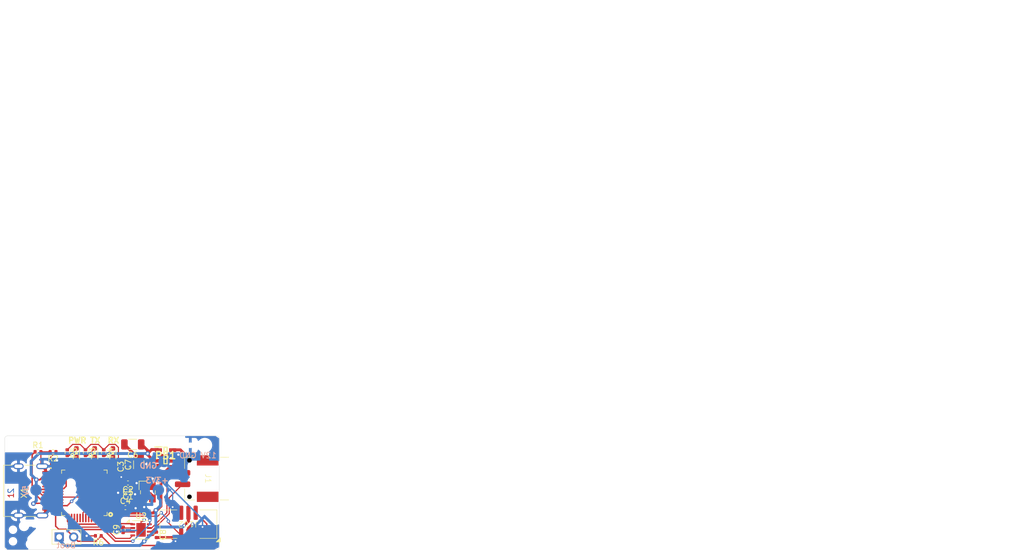
<source format=kicad_pcb>
(kicad_pcb (version 20241229) (generator "pcbnew") (generator_version "9.0")
  (title_block (title "${title}") (date "2022-03-07") (rev "R${release}") (company "${company}") (comment 1 "${release_state}") (comment 2 "${prefix}-P${type_number}-R${release}-B${pcb_variant}-C${pcb_ci}") (comment 3 "hardware/${prefix}-S${type_number}_${short_desciption}"))
  (layers (0 "F.Cu" signal) (2 "B.Cu" signal) (13 "F.Paste" user) (15 "B.Paste" user) (5 "F.SilkS" user "F.Silkscreen") (7 "B.SilkS" user "B.Silkscreen") (1 "F.Mask" user) (3 "B.Mask" user) (25 "Edge.Cuts" user))
  (net 0 "")
  (net 1 "+3V3")
  (net 2 "GND")
  (net 3 "+5V")
  (net 4 "/USB_N")
  (net 5 "/USB_P")
  (net 6 "Net-(D1-A)")
  (net 7 "Net-(D2-A)")
  (net 8 "Net-(D3-A)")
  (net 9 "Net-(X1-CC2)")
  (net 10 "Net-(X1-CC1)")
  (net 11 "/MCU/SWCLK")
  (net 12 "/MCU/SWDIO")
  (net 13 "/MCU/CAN2_TX")
  (net 14 "/CAN Transceiver/CAN1_TX")
  (net 15 "/CAN Transceiver/CAN1_RX")
  (net 16 "/MCU/CAN2_S")
  (net 17 "/MCU/CAN2_RX")
  (net 18 "/CAN Transceiver/CAN1_S")
  (net 21 "/MCU/SWO")
  (net 22 "/MCU/NRST")
  (net 23 "/MCU/LED_TX")
  (net 24 "/MCU/LED_RX")
  (net 25 "Net-(U1F-PF0{slash}OSC_IN)")
  (net 26 "Net-(U1F-PF1{slash}OSC_OUT)")
  (net 41 "/MCU/RX")
  (net 46 "/MCU/TX")
  (net 56 "/CAN Transceiver/CAN1_L")
  (net 57 "/CAN Transceiver/CAN1_H")
  (footprint "Resistor_SMD:R_0402_1005Metric" (layer "F.Cu") (at 109.5 122.8 180)
    (property "Reference" "R2" (at 0 -1.17 180) (layer "F.SilkS"))
    (property "Value" "4K7")
    (pad "1" smd roundrect (at -0.51 0 180) (size 0.54 0.64) (layers "F.Cu" "F.Mask" "F.Paste") (net 10 "Net-(X1-CC1)"))
    (pad "2" smd roundrect (at 0.51 0 180) (size 0.54 0.64) (layers "F.Cu" "F.Mask" "F.Paste") (net 2 "GND"))
  )
  (footprint "Capacitor_SMD:C_0402_1005Metric" (layer "F.Cu") (at 122.654593 128.261227 180)
    (property "Reference" "C2" (at 0 -1.16 180) (layer "F.SilkS"))
    (property "Value" "10p")
    (pad "1" smd roundrect (at -0.48 0 180) (size 0.56 0.62) (layers "F.Cu" "F.Mask" "F.Paste") (net 2 "GND"))
    (pad "2" smd roundrect (at 0.48 0 180) (size 0.56 0.62) (layers "F.Cu" "F.Mask" "F.Paste") (net 26 "Net-(U1F-PF1{slash}OSC_OUT)"))
  )
  (footprint "Capacitor_SMD:C_0402_1005Metric" (layer "F.Cu") (at 127.654112 137.371217 -90)
    (property "Reference" "C8" (at 0 -1.16 90) (layer "F.SilkS"))
    (property "Value" "100n")
    (pad "1" smd roundrect (at -0.48 0 270) (size 0.56 0.62) (layers "F.Cu" "F.Mask" "F.Paste") (net 1 "+3V3"))
    (pad "2" smd roundrect (at 0.48 0 270) (size 0.56 0.62) (layers "F.Cu" "F.Mask" "F.Paste") (net 2 "GND"))
  )
  (footprint "mechanical:LAYERSTACK_TB" (layer "F.Cu") (at 101.9 129.25 90)
    (property "Reference" "NB2" (hide yes))
    (property "Value" "LAYERSTACK_TB" (hide yes))
    (fp_text user "1" (at -1.2 0.2 90) (layer "F.Cu"))
    (fp_text user "2" (at -0.4 0.2 90) (layer "B.Cu") (effects (justify mirror)))
  )
  (footprint "Resistor_SMD:R_0402_1005Metric" (layer "F.Cu") (at 106.85 122.8)
    (property "Reference" "R1" (at 0 -1.17 0) (layer "F.SilkS"))
    (property "Value" "4K7")
    (pad "1" smd roundrect (at -0.51 0) (size 0.54 0.64) (layers "F.Cu" "F.Mask" "F.Paste") (net 9 "Net-(X1-CC2)"))
    (pad "2" smd roundrect (at 0.51 0) (size 0.54 0.64) (layers "F.Cu" "F.Mask" "F.Paste") (net 2 "GND"))
  )
  (footprint "Bluesat:IDC6" (layer "F.Cu") (at 133.27 135.5 180)
    (property "Reference" "J102" (at 0 0 180) (layer "F.SilkS") (effects (font (thickness 0.1))))
    (property "Value" "IDC6")
    (pad "1" smd roundrect (at -1.27 -2 180) (size 0.74 2.5) (layers "F.Cu" "F.Mask" "F.Paste") (net 12 "/MCU/SWDIO"))
    (pad "2" smd roundrect (at -1.27 2 180) (size 0.74 2.5) (layers "F.Cu" "F.Mask" "F.Paste") (net 11 "/MCU/SWCLK"))
    (pad "3" smd roundrect (at 0 -2 180) (size 0.74 2.5) (layers "F.Cu" "F.Mask" "F.Paste") (net 2 "GND"))
    (pad "4" smd roundrect (at 0 2 180) (size 0.74 2.5) (layers "F.Cu" "F.Mask" "F.Paste") (net 1 "+3V3"))
    (pad "5" smd roundrect (at 1.27 -2 180) (size 0.74 2.5) (layers "F.Cu" "F.Mask" "F.Paste") (net 21 "/MCU/SWO"))
    (pad "6" smd roundrect (at 1.27 2 180) (size 0.74 2.5) (layers "F.Cu" "F.Mask" "F.Paste") (net 22 "/MCU/NRST"))
  )
  (footprint "footprints:SOT94P279X130-5N" (layer "F.Cu") (at 129.25 123.44)
    (property "Reference" "PS1" (at 0 0 0) (layer "F.SilkS") (effects (font (size 1.27 1.27) (thickness 0.254))))
    (property "Value" "RT9013-33GB" (hide yes))
    (pad "1" smd rect (at -1.25 -0.94 90) (size 0.65 1.25) (layers "F.Cu" "F.Mask" "F.Paste") (net 3 "+5V"))
    (pad "2" smd rect (at -1.25 0 90) (size 0.65 1.25) (layers "F.Cu" "F.Mask" "F.Paste") (net 2 "GND"))
    (pad "3" smd rect (at -1.25 0.94 90) (size 0.65 1.25) (layers "F.Cu" "F.Mask" "F.Paste") (net 3 "+5V"))
    (pad "4" smd rect (at 1.25 0.94 90) (size 0.65 1.25) (layers "F.Cu" "F.Mask" "F.Paste"))
    (pad "5" smd rect (at 1.25 -0.94 90) (size 0.65 1.25) (layers "F.Cu" "F.Mask" "F.Paste") (net 1 "+3V3"))
  )
  (footprint "Capacitor_SMD:C_0402_1005Metric" (layer "F.Cu") (at 122.2 132.6)
    (property "Reference" "C4" (at 0 -1.16 0) (layer "F.SilkS"))
    (property "Value" "100n")
    (pad "1" smd roundrect (at -0.48 0) (size 0.56 0.62) (layers "F.Cu" "F.Mask" "F.Paste") (net 1 "+3V3"))
    (pad "2" smd roundrect (at 0.48 0) (size 0.56 0.62) (layers "F.Cu" "F.Mask" "F.Paste") (net 2 "GND"))
  )
  (footprint "LEDs_Kingbright:LED_Kingbright_0603" (layer "F.Cu") (at 116.8 122.95 90)
    (property "Reference" "D1" (hide yes))
    (property "Value" "KPT-1608SGC" (hide yes))
    (pad "1" smd roundrect (at 0.7493 0 270) (size 0.79756 0.79756) (layers "F.Cu" "F.Mask" "F.Paste") (net 6 "Net-(D1-A)"))
    (pad "2" smd roundrect (at -0.7493 0 270) (size 0.79756 0.79756) (layers "F.Cu" "F.Mask" "F.Paste") (net 23 "/MCU/LED_TX"))
  )
  (footprint "Bluesat:SM02B-PASS" (layer "F.Cu") (at 140.85 127.5 -90)
    (property "Reference" "J1" (at 0 4.125 270) (layer "F.SilkS") (effects (font (thickness 0.1))))
    (property "Value" "SM02B-PASS")
    (pad "" smd rect (at -3.2 4.2 270) (size 1.8 3.8) (layers "F.Cu" "F.Mask" "F.Paste"))
    (pad "" np_thru_hole circle (at -3.2 7.4 270) (size 0.8 0.8) (drill 0.8) (layers "*.Mask"))
    (pad "" smd rect (at 3.2 4.2 270) (size 1.8 3.8) (layers "F.Cu" "F.Mask" "F.Paste"))
    (pad "" np_thru_hole circle (at 3.2 7.4 270) (size 0.8 0.8) (drill 0.8) (layers "*.Mask"))
    (pad "1" smd roundrect (at 1 8.6 270) (size 1 2.7) (layers "F.Cu" "F.Mask" "F.Paste") (net 56 "/CAN Transceiver/CAN1_L"))
    (pad "2" smd roundrect (at -1 8.6 270) (size 1 2.7) (layers "F.Cu" "F.Mask" "F.Paste") (net 57 "/CAN Transceiver/CAN1_H"))
  )
  (footprint "Resistor_SMD:R_0402_1005Metric" (layer "F.Cu") (at 117.45 137.55 180)
    (property "Reference" "R6" (at 0 -1.17 180) (layer "F.SilkS"))
    (property "Value" "10K")
    (pad "1" smd roundrect (at -0.51 0 180) (size 0.54 0.64) (layers "F.Cu" "F.Mask" "F.Paste") (net 11 "/MCU/SWCLK"))
    (pad "2" smd roundrect (at 0.51 0 180) (size 0.54 0.64) (layers "F.Cu" "F.Mask" "F.Paste") (net 2 "GND"))
  )
  (footprint "Capacitor_SMD:C_1206_3216Metric" (layer "F.Cu") (at 123.5 121.5 180)
    (property "Reference" "C6" (at 0 -1.85 180) (layer "F.SilkS"))
    (property "Value" "10u")
    (pad "1" smd roundrect (at -1.475 0 180) (size 1.15 1.8) (layers "F.Cu" "F.Mask" "F.Paste") (roundrect_rratio 0.217391) (net 3 "+5V"))
    (pad "2" smd roundrect (at 1.475 0 180) (size 1.15 1.8) (layers "F.Cu" "F.Mask" "F.Paste") (roundrect_rratio 0.217391) (net 2 "GND"))
  )
  (footprint "Capacitor_SMD:C_0402_1005Metric" (layer "F.Cu") (at 122.65 129.5 180)
    (property "Reference" "C1" (at 0 -1.16 180) (layer "F.SilkS"))
    (property "Value" "10p")
    (pad "1" smd roundrect (at -0.48 0 180) (size 0.56 0.62) (layers "F.Cu" "F.Mask" "F.Paste") (net 2 "GND"))
    (pad "2" smd roundrect (at 0.48 0 180) (size 0.56 0.62) (layers "F.Cu" "F.Mask" "F.Paste") (net 25 "Net-(U1F-PF0{slash}OSC_IN)"))
  )
  (footprint "QFP:LQFP-48_7mmx7mm_Pitch0.5mm" (layer "F.Cu") (at 115 130 90)
    (property "Reference" "U1" (hide yes))
    (property "Value" "STM32G0B1CBT" (hide yes))
    (pad "1" smd roundrect (at -2.84 4.425 180) (size 1.5 0.5) (layers "F.Cu" "F.Mask"))
    (pad "2" smd roundrect (at -2.25 4.425 180) (size 1.5 0.28) (layers "F.Cu" "F.Mask"))
    (pad "3" smd roundrect (at -1.75 4.425 180) (size 1.5 0.28) (layers "F.Cu" "F.Mask"))
    (pad "4" smd roundrect (at -1.25 4.425 180) (size 1.5 0.28) (layers "F.Cu" "F.Mask") (net 1 "+3V3"))
    (pad "5" smd roundrect (at -0.75 4.425 180) (size 1.5 0.28) (layers "F.Cu" "F.Mask") (net 1 "+3V3"))
    (pad "6" smd roundrect (at -0.25 4.425 180) (size 1.5 0.28) (layers "F.Cu" "F.Mask") (net 1 "+3V3"))
    (pad "7" smd roundrect (at 0.25 4.425 180) (size 1.5 0.28) (layers "F.Cu" "F.Mask") (net 2 "GND"))
    (pad "8" smd roundrect (at 0.75 4.425 180) (size 1.5 0.28) (layers "F.Cu" "F.Mask") (net 25 "Net-(U1F-PF0{slash}OSC_IN)"))
    (pad "9" smd roundrect (at 1.25 4.425 180) (size 1.5 0.28) (layers "F.Cu" "F.Mask") (net 26 "Net-(U1F-PF1{slash}OSC_OUT)"))
    (pad "10" smd roundrect (at 1.75 4.425 180) (size 1.5 0.28) (layers "F.Cu" "F.Mask") (net 22 "/MCU/NRST"))
    (pad "11" smd roundrect (at 2.25 4.425 180) (size 1.5 0.28) (layers "F.Cu" "F.Mask"))
    (pad "12" smd roundrect (at 2.84 4.425 180) (size 1.5 0.5) (layers "F.Cu" "F.Mask"))
    (pad "13" smd roundrect (at 4.425 2.84 270) (size 1.5 0.5) (layers "F.Cu" "F.Mask"))
    (pad "14" smd roundrect (at 4.425 2.25 270) (size 1.5 0.28) (layers "F.Cu" "F.Mask") (net 24 "/MCU/LED_RX"))
    (pad "15" smd roundrect (at 4.425 1.75 270) (size 1.5 0.28) (layers "F.Cu" "F.Mask") (net 23 "/MCU/LED_TX"))
    (pad "16" smd roundrect (at 4.425 1.25 270) (size 1.5 0.28) (layers "F.Cu" "F.Mask"))
    (pad "17" smd roundrect (at 4.425 0.75 270) (size 1.5 0.28) (layers "F.Cu" "F.Mask"))
    (pad "18" smd roundrect (at 4.425 0.25 270) (size 1.5 0.28) (layers "F.Cu" "F.Mask"))
    (pad "19" smd roundrect (at 4.425 -0.25 270) (size 1.5 0.28) (layers "F.Cu" "F.Mask") (net 17 "/MCU/CAN2_RX"))
    (pad "20" smd roundrect (at 4.425 -0.75 270) (size 1.5 0.28) (layers "F.Cu" "F.Mask") (net 13 "/MCU/CAN2_TX"))
    (pad "21" smd roundrect (at 4.425 -1.25 270) (size 1.5 0.28) (layers "F.Cu" "F.Mask") (net 16 "/MCU/CAN2_S"))
    (pad "22" smd roundrect (at 4.425 -1.75 270) (size 1.5 0.28) (layers "F.Cu" "F.Mask"))
    (pad "23" smd roundrect (at 4.425 -2.25 270) (size 1.5 0.28) (layers "F.Cu" "F.Mask"))
    (pad "24" smd roundrect (at 4.425 -2.84 270) (size 1.5 0.5) (layers "F.Cu" "F.Mask"))
    (pad "25" smd roundrect (at 2.84 -4.425) (size 1.5 0.5) (layers "F.Cu" "F.Mask"))
    (pad "26" smd roundrect (at 2.25 -4.425) (size 1.5 0.28) (layers "F.Cu" "F.Mask"))
    (pad "27" smd roundrect (at 1.75 -4.425) (size 1.5 0.28) (layers "F.Cu" "F.Mask"))
    (pad "28" smd roundrect (at 1.25 -4.425) (size 1.5 0.28) (layers "F.Cu" "F.Mask"))
    (pad "29" smd roundrect (at 0.75 -4.425) (size 1.5 0.28) (layers "F.Cu" "F.Mask") (net 46 "/MCU/TX"))
    (pad "30" smd roundrect (at 0.25 -4.425) (size 1.5 0.28) (layers "F.Cu" "F.Mask"))
    (pad "31" smd roundrect (at -0.25 -4.425) (size 1.5 0.28) (layers "F.Cu" "F.Mask"))
    (pad "32" smd roundrect (at -0.75 -4.425) (size 1.5 0.28) (layers "F.Cu" "F.Mask") (net 41 "/MCU/RX"))
    (pad "33" smd roundrect (at -1.25 -4.425) (size 1.5 0.28) (layers "F.Cu" "F.Mask") (net 4 "/USB_N"))
    (pad "34" smd roundrect (at -1.75 -4.425) (size 1.5 0.28) (layers "F.Cu" "F.Mask") (net 5 "/USB_P"))
    (pad "35" smd roundrect (at -2.25 -4.425) (size 1.5 0.28) (layers "F.Cu" "F.Mask") (net 12 "/MCU/SWDIO"))
    (pad "36" smd roundrect (at -2.84 -4.425) (size 1.5 0.5) (layers "F.Cu" "F.Mask") (net 11 "/MCU/SWCLK"))
    (pad "37" smd roundrect (at -4.425 -2.84 90) (size 1.5 0.5) (layers "F.Cu" "F.Mask") (net 18 "/CAN Transceiver/CAN1_S"))
    (pad "38" smd roundrect (at -4.425 -2.25 90) (size 1.5 0.28) (layers "F.Cu" "F.Mask") (net 15 "/CAN Transceiver/CAN1_RX"))
    (pad "39" smd roundrect (at -4.425 -1.75 90) (size 1.5 0.28) (layers "F.Cu" "F.Mask") (net 14 "/CAN Transceiver/CAN1_TX"))
    (pad "40" smd roundrect (at -4.425 -1.25 90) (size 1.5 0.28) (layers "F.Cu" "F.Mask"))
    (pad "41" smd roundrect (at -4.425 -0.75 90) (size 1.5 0.28) (layers "F.Cu" "F.Mask"))
    (pad "42" smd roundrect (at -4.425 -0.25 90) (size 1.5 0.28) (layers "F.Cu" "F.Mask") (net 21 "/MCU/SWO"))
    (pad "43" smd roundrect (at -4.425 0.25 90) (size 1.5 0.28) (layers "F.Cu" "F.Mask"))
    (pad "44" smd roundrect (at -4.425 0.75 90) (size 1.5 0.28) (layers "F.Cu" "F.Mask"))
    (pad "45" smd roundrect (at -4.425 1.25 90) (size 1.5 0.28) (layers "F.Cu" "F.Mask"))
    (pad "46" smd roundrect (at -4.425 1.75 90) (size 1.5 0.28) (layers "F.Cu" "F.Mask"))
    (pad "47" smd roundrect (at -4.425 2.25 90) (size 1.5 0.28) (layers "F.Cu" "F.Mask"))
    (pad "48" smd roundrect (at -4.425 2.84 90) (size 1.5 0.5) (layers "F.Cu" "F.Mask"))
  )
  (footprint "Capacitor_SMD:C_0402_1005Metric" (layer "F.Cu") (at 122.65 131.05)
    (property "Reference" "C5" (at 0 -1.16 0) (layer "F.SilkS"))
    (property "Value" "100n")
    (pad "1" smd roundrect (at -0.48 0) (size 0.56 0.62) (layers "F.Cu" "F.Mask" "F.Paste") (net 1 "+3V3"))
    (pad "2" smd roundrect (at 0.48 0) (size 0.56 0.62) (layers "F.Cu" "F.Mask" "F.Paste") (net 2 "GND"))
  )
  (footprint "Socket_GCT:USB4105_pasteInHole" (layer "F.Cu") (at 107.105 129.65 -90)
    (property "Reference" "X1" (at 0.35 2.705 90) (layer "F.SilkS"))
    (property "Value" "629722000214_pasteInHole" (hide yes))
    (pad "" np_thru_hole circle (at -2.89 0 270) (size 0.65 0.65) (drill 0.65) (layers "*.Cu" "*.Mask"))
    (pad "" np_thru_hole circle (at 2.89 0 270) (size 0.65 0.65) (drill 0.65) (layers "*.Cu" "*.Mask"))
    (pad "A1" smd roundrect (at -3.2 -1.075 270) (size 0.6 1.15) (layers "F.Cu" "F.Mask" "F.Paste") (net 2 "GND"))
    (pad "A4" smd roundrect (at -2.4 -1.075 270) (size 0.6 1.15) (layers "F.Cu" "F.Mask" "F.Paste") (net 3 "+5V"))
    (pad "A5" smd roundrect (at -1.25 -1.075 270) (size 0.3 1.15) (layers "F.Cu" "F.Mask" "F.Paste") (net 10 "Net-(X1-CC1)"))
    (pad "A6" smd roundrect (at -0.25 -1.075 270) (size 0.3 1.15) (layers "F.Cu" "F.Mask" "F.Paste") (net 5 "/USB_P"))
    (pad "A7" smd roundrect (at 0.25 -1.075 270) (size 0.3 1.15) (layers "F.Cu" "F.Mask" "F.Paste") (net 4 "/USB_N"))
    (pad "A8" smd roundrect (at 1.25 -1.075 270) (size 0.3 1.15) (layers "F.Cu" "F.Mask" "F.Paste"))
    (pad "B1" smd roundrect (at 3.2 -1.075 270) (size 0.6 1.15) (layers "F.Cu" "F.Mask" "F.Paste") (net 2 "GND"))
    (pad "B4" smd roundrect (at 2.4 -1.075 270) (size 0.6 1.15) (layers "F.Cu" "F.Mask" "F.Paste") (net 3 "+5V"))
    (pad "B5" smd roundrect (at 1.75 -1.075 270) (size 0.3 1.15) (layers "F.Cu" "F.Mask" "F.Paste") (net 9 "Net-(X1-CC2)"))
    (pad "B6" smd roundrect (at 0.75 -1.075 270) (size 0.3 1.15) (layers "F.Cu" "F.Mask" "F.Paste") (net 5 "/USB_P"))
    (pad "B7" smd roundrect (at -0.75 -1.075 270) (size 0.3 1.15) (layers "F.Cu" "F.Mask" "F.Paste") (net 4 "/USB_N"))
    (pad "B8" smd roundrect (at -1.75 -1.075 270) (size 0.3 1.15) (layers "F.Cu" "F.Mask" "F.Paste"))
    (pad "SH" thru_hole oval (at -4.32 -0.5 270) (size 1 2.1) (drill oval 0.6 1.7) (layers "*.Cu" "*.Mask") (net 2 "GND"))
    (pad "SH" thru_hole oval (at -4.32 3.68 270) (size 1 1.8) (drill oval 0.6 1.4) (layers "*.Cu" "*.Mask") (net 2 "GND"))
    (pad "SH" thru_hole oval (at 4.32 -0.5 270) (size 1 2.1) (drill oval 0.6 1.7) (layers "*.Cu" "*.Mask") (net 2 "GND"))
    (pad "SH" thru_hole oval (at 4.32 3.68 270) (size 1 1.8) (drill oval 0.6 1.4) (layers "*.Cu" "*.Mask") (net 2 "GND"))
  )
  (footprint "Connector_generic:TP1.0mm" (layer "F.Cu") (at 110.3 125.4)
    (property "Reference" "TP5" (hide yes))
    (property "Value" "TP1.0mm" (hide yes))
    (pad "1" smd circle (at 0 0) (size 1 1) (layers "F.Cu" "F.Mask") (net 46 "/MCU/TX"))
  )
  (footprint "Capacitor_SMD:C_0402_1005Metric" (layer "F.Cu") (at 122.55 125.4 90)
    (property "Reference" "C3" (at 0 -1.16 90) (layer "F.SilkS"))
    (property "Value" "100n")
    (pad "1" smd roundrect (at -0.48 0 90) (size 0.56 0.62) (layers "F.Cu" "F.Mask" "F.Paste") (net 22 "/MCU/NRST"))
    (pad "2" smd roundrect (at 0.48 0 90) (size 0.56 0.62) (layers "F.Cu" "F.Mask" "F.Paste") (net 2 "GND"))
  )
  (footprint "crystal:Crystal_4Pin_SMD_3.2mmx2.5mm" (layer "F.Cu") (at 126.15 129.9 -90)
    (property "Reference" "Y1" (hide yes))
    (property "Value" "830108313809" (hide yes))
    (pad "1" smd roundrect (at -1.1 0.8 270) (size 1.4 1.15) (layers "F.Cu" "F.Mask" "F.Paste") (roundrect_rratio 0.1) (net 26 "Net-(U1F-PF1{slash}OSC_OUT)"))
    (pad "2" smd roundrect (at 1.1 0.8 270) (size 1.4 1.15) (layers "F.Cu" "F.Mask" "F.Paste") (roundrect_rratio 0.1) (net 2 "GND"))
    (pad "3" smd roundrect (at 1.1 -0.8 270) (size 1.4 1.15) (layers "F.Cu" "F.Mask" "F.Paste") (roundrect_rratio 0.1) (net 25 "Net-(U1F-PF0{slash}OSC_IN)"))
    (pad "4" smd roundrect (at -1.1 -0.8 270) (size 1.4 1.15) (layers "F.Cu" "F.Mask" "F.Paste") (roundrect_rratio 0.1) (net 2 "GND"))
  )
  (footprint "Resistor_SMD:R_0402_1005Metric" (layer "F.Cu") (at 115.2 122.95 -90)
    (property "Reference" "R3" (at 0 -1.17 270) (layer "F.SilkS"))
    (property "Value" "1K")
    (pad "1" smd roundrect (at -0.51 0 270) (size 0.54 0.64) (layers "F.Cu" "F.Mask" "F.Paste") (net 1 "+3V3"))
    (pad "2" smd roundrect (at 0.51 0 270) (size 0.54 0.64) (layers "F.Cu" "F.Mask" "F.Paste") (net 6 "Net-(D1-A)"))
  )
  (footprint "Connector_generic:Header_1x2_Pitch2.54mm" (layer "F.Cu") (at 113.12 137.75)
    (property "Reference" "P2" (hide yes))
    (property "Value" "CONN_01X02" (hide yes))
    (pad "1" thru_hole rect (at -2.54 0) (size 1.6 1.6) (drill 1) (layers "*.Cu" "*.Mask") (net 1 "+3V3"))
    (pad "2" thru_hole circle (at 0 0) (size 1.6 1.6) (drill 1) (layers "*.Cu" "*.Mask") (net 11 "/MCU/SWCLK"))
  )
  (footprint "Capacitor_SMD:C_1206_3216Metric" (layer "F.Cu") (at 124.55 125.0625 90)
    (property "Reference" "C7" (at 0 -1.85 90) (layer "F.SilkS"))
    (property "Value" "10u")
    (pad "1" smd roundrect (at -1.475 0 90) (size 1.15 1.8) (layers "F.Cu" "F.Mask" "F.Paste") (roundrect_rratio 0.217391) (net 1 "+3V3"))
    (pad "2" smd roundrect (at 1.475 0 90) (size 1.15 1.8) (layers "F.Cu" "F.Mask" "F.Paste") (roundrect_rratio 0.217391) (net 2 "GND"))
  )
  (footprint "Package_SON:VSON-8-1EP_3x3mm_P0.65mm_EP1.65x2.4mm" (layer "F.Cu") (at 124.95 136.5)
    (property "Reference" "U2" (at 0 -2.45 0) (layer "F.SilkS"))
    (property "Value" "TCAN1462V")
    (pad "1" smd roundrect (at -1.45 -0.975) (size 0.85 0.35) (layers "F.Cu" "F.Mask" "F.Paste") (net 14 "/CAN Transceiver/CAN1_TX"))
    (pad "2" smd roundrect (at -1.45 -0.325) (size 0.85 0.35) (layers "F.Cu" "F.Mask" "F.Paste") (net 2 "GND"))
    (pad "3" smd roundrect (at -1.45 0.325) (size 0.85 0.35) (layers "F.Cu" "F.Mask" "F.Paste") (net 3 "+5V"))
    (pad "4" smd roundrect (at -1.45 0.975) (size 0.85 0.35) (layers "F.Cu" "F.Mask" "F.Paste") (net 15 "/CAN Transceiver/CAN1_RX"))
    (pad "5" smd roundrect (at 1.45 0.975) (size 0.85 0.35) (layers "F.Cu" "F.Mask" "F.Paste") (net 1 "+3V3"))
    (pad "6" smd roundrect (at 1.45 0.325) (size 0.85 0.35) (layers "F.Cu" "F.Mask" "F.Paste") (net 56 "/CAN Transceiver/CAN1_L"))
    (pad "7" smd roundrect (at 1.45 -0.325) (size 0.85 0.35) (layers "F.Cu" "F.Mask" "F.Paste") (net 57 "/CAN Transceiver/CAN1_H"))
    (pad "8" smd roundrect (at 1.45 -0.975) (size 0.85 0.35) (layers "F.Cu" "F.Mask" "F.Paste") (net 18 "/CAN Transceiver/CAN1_S"))
    (pad "9" smd rect (at 0 0) (size 1.65 2.4) (property pad_prop_heatsink) (layers "F.Cu" "F.Mask") (net 2 "GND"))
  )
  (footprint "Capacitor_SMD:C_0402_1005Metric" (layer "F.Cu") (at 121.8 136.5 90)
    (property "Reference" "C9" (at 0 -1.16 90) (layer "F.SilkS"))
    (property "Value" "100n")
    (pad "1" smd roundrect (at -0.48 0 90) (size 0.56 0.62) (layers "F.Cu" "F.Mask" "F.Paste") (net 3 "+5V"))
    (pad "2" smd roundrect (at 0.48 0 90) (size 0.56 0.62) (layers "F.Cu" "F.Mask" "F.Paste") (net 2 "GND"))
  )
  (footprint "LEDs_Kingbright:LED_Kingbright_0603" (layer "F.Cu") (at 120 122.95 90)
    (property "Reference" "D2" (hide yes))
    (property "Value" "KPT-1608SGC" (hide yes))
    (pad "1" smd roundrect (at 0.7493 0 270) (size 0.79756 0.79756) (layers "F.Cu" "F.Mask" "F.Paste") (net 7 "Net-(D2-A)"))
    (pad "2" smd roundrect (at -0.7493 0 270) (size 0.79756 0.79756) (layers "F.Cu" "F.Mask" "F.Paste") (net 24 "/MCU/LED_RX"))
  )
  (footprint "Resistor_SMD:R_0402_1005Metric" (layer "F.Cu") (at 112 122.95 -90)
    (property "Reference" "R5" (at 0 -1.17 270) (layer "F.SilkS"))
    (property "Value" "1K")
    (pad "1" smd roundrect (at -0.51 0 270) (size 0.54 0.64) (layers "F.Cu" "F.Mask" "F.Paste") (net 1 "+3V3"))
    (pad "2" smd roundrect (at 0.51 0 270) (size 0.54 0.64) (layers "F.Cu" "F.Mask" "F.Paste") (net 8 "Net-(D3-A)"))
  )
  (footprint "Resistor_SMD:R_0402_1005Metric" (layer "F.Cu") (at 118.4 122.95 -90)
    (property "Reference" "R4" (at 0 -1.17 270) (layer "F.SilkS"))
    (property "Value" "1K")
    (pad "1" smd roundrect (at -0.51 0 270) (size 0.54 0.64) (layers "F.Cu" "F.Mask" "F.Paste") (net 1 "+3V3"))
    (pad "2" smd roundrect (at 0.51 0 270) (size 0.54 0.64) (layers "F.Cu" "F.Mask" "F.Paste") (net 7 "Net-(D2-A)"))
  )
  (footprint "Connector_generic:TP1.0mm" (layer "F.Cu") (at 120.2 125.3)
    (property "Reference" "TP4" (hide yes))
    (property "Value" "TP1.0mm" (hide yes))
    (pad "1" smd circle (at 0 0) (size 1 1) (layers "F.Cu" "F.Mask") (net 41 "/MCU/RX"))
  )
  (footprint "LEDs_Kingbright:LED_Kingbright_0603" (layer "F.Cu") (at 113.6 122.95 90)
    (property "Reference" "D3" (hide yes))
    (property "Value" "KPT-1608EC" (hide yes))
    (pad "1" smd roundrect (at 0.7493 0 270) (size 0.79756 0.79756) (layers "F.Cu" "F.Mask" "F.Paste") (net 8 "Net-(D3-A)"))
    (pad "2" smd roundrect (at -0.7493 0 270) (size 0.79756 0.79756) (layers "F.Cu" "F.Mask" "F.Paste") (net 2 "GND"))
  )
  (footprint "Connector_generic:TP2.0mm" (layer "B.Cu") (at 128 129.5 180)
    (property "Reference" "TP2" (hide yes))
    (property "Value" "TP2.0mm" (hide yes))
    (pad "1" smd circle (at 0 0 180) (size 2 2) (layers "B.Cu" "B.Mask") (net 1 "+3V3"))
  )
  (footprint "Connector_generic:TP2.0mm" (layer "B.Cu") (at 129 124.5 180)
    (property "Reference" "TP3" (hide yes))
    (property "Value" "TP2.0mm" (hide yes))
    (pad "1" smd circle (at 0 0 180) (size 2 2) (layers "B.Cu" "B.Mask") (net 2 "GND"))
  )
  (footprint "Connector_generic:TP2.0mm" (layer "B.Cu") (at 106.5 129.5 180)
    (property "Reference" "TP1" (hide yes))
    (property "Value" "TP2.0mm" (hide yes))
    (pad "1" smd circle (at 0 0 180) (size 2 2) (layers "B.Cu" "B.Mask") (net 3 "+5V"))
  )
  (gr_arc (start 138.7 139.5) (mid 138.553553 139.853553) (end 138.2 140) (stroke (width 0.05)) (layer "Edge.Cuts"))
  (gr_line (start 101 139.5) (end 101 120.5) (stroke (width 0.05)) (layer "Edge.Cuts"))
  (gr_line (start 101.5 120) (end 138.2 120) (stroke (width 0.05)) (layer "Edge.Cuts"))
  (gr_arc (start 101.5 140) (mid 101.146447 139.853553) (end 101 139.5) (stroke (width 0.05)) (layer "Edge.Cuts"))
  (gr_arc (start 138.2 120) (mid 138.553553 120.146447) (end 138.7 120.5) (stroke (width 0.05)) (layer "Edge.Cuts"))
  (gr_line (start 138.2 140) (end 101.5 140) (stroke (width 0.05)) (layer "Edge.Cuts"))
  (gr_line (start 138.7 120.5) (end 138.7 139.5) (stroke (width 0.05)) (layer "Edge.Cuts"))
  (gr_arc (start 101 120.5) (mid 101.146447 120.146447) (end 101.5 120) (stroke (width 0.05)) (layer "Edge.Cuts"))
  (gr_text "RX" (at 120.1 120.8 0) (layer "F.SilkS") (effects (font (size 1 1) (thickness 0.25))))
  (gr_text "PWR" (at 113.75 120.8 0) (layer "F.SilkS") (effects (font (size 1 1) (thickness 0.25))))
  (gr_text "TX" (at 116.9 120.8 0) (layer "F.SilkS") (effects (font (size 1 1) (thickness 0.25))))
  (gr_text "GND" (at 127.9 125.8 0) (layer "B.SilkS") (effects (font (size 1 1) (thickness 0.2)) (justify left bottom mirror)))
  (gr_text "12V" (at 138.3 124 0) (layer "B.SilkS") (effects (font (size 1 1)) (justify left bottom mirror)))
  (gr_text "GND" (at 134.8 124 0) (layer "B.SilkS") (effects (font (size 1 1)) (justify left bottom mirror)))
  (gr_text "+3V3\n" (at 129.9 128.4 0) (layer "B.SilkS") (effects (font (size 1 1) (thickness 0.2)) (justify left bottom mirror)))
  (gr_text "5V" (at 105.3 128.6 90) (layer "B.SilkS") (effects (font (size 1 1) (thickness 0.2)) (justify left bottom mirror)))
  (gr_text "Boot" (at 113.6 139.8 0) (layer "B.SilkS") (effects (font (size 1 1)) (justify left bottom mirror)))
  (segment (start 121.72 132.6) (end 120.37 131.25) (width 0.25) (layer "F.Cu") (net 1))
  (segment (start 133.27 134.98) (end 133.27 133.5) (width 0.5) (layer "F.Cu") (net 1))
  (segment (start 121.72 132.87) (end 122.4 133.55) (width 0.5) (layer "F.Cu") (net 1))
  (segment (start 114.26092 121.50092) (end 115.2 122.44) (width 0.2) (layer "F.Cu") (net 1))
  (segment (start 123.301 125.376) (end 124.55 126.625) (width 0.2) (layer "F.Cu") (net 1))
  (segment (start 126.4 137.475) (end 127.070329 137.475) (width 0.2) (layer "F.Cu") (net 1))
  (segment (start 120.974 122.028738) (end 120.974 124.267134) (width 0.2) (layer "F.Cu") (net 1))
  (segment (start 133.27 133.5) (end 133.27 132.827568) (width 0.2) (layer "F.Cu") (net 1))
  (segment (start 119.425 130.75) (end 119.425 131.25) (width 0.25) (layer "F.Cu") (net 1))
  (segment (start 119.33908 121.50092) (end 120.446182 121.50092) (width 0.2) (layer "F.Cu") (net 1))
  (segment (start 127.060148 133.55) (end 127.555074 133.055074) (width 0.5) (layer "F.Cu") (net 1))
  (segment (start 131.361636 125.370364) (end 130.125 125.370364) (width 0.5) (layer "F.Cu") (net 1))
  (segment (start 120.974 124.267134) (end 122.082866 125.376) (width 0.2) (layer "F.Cu") (net 1))
  (segment (start 130.551 122.449) (end 130.5 122.5) (width 0.5) (layer "F.Cu") (net 1))
  (segment (start 128.45 126.3) (end 128.5 126.25) (width 0.5) (layer "F.Cu") (net 1))
  (segment (start 120.95 131.05) (end 121.9 131.05) (width 0.25) (layer "F.Cu") (net 1))
  (segment (start 118.4 122.44) (end 119.33908 121.50092) (width 0.2) (layer "F.Cu") (net 1))
  (segment (start 112 122.44) (end 112.93908 121.50092) (width 0.2) (layer "F.Cu") (net 1))
  (segment (start 132.351 122.947504) (end 132.351 124.381) (width 0.5) (layer "F.Cu") (net 1))
  (segment (start 119.425 130.25) (end 120.15 130.25) (width 0.25) (layer "F.Cu") (net 1))
  (segment (start 126.4 137.6) (end 125.5 138.5) (width 0.3) (layer "F.Cu") (net 1))
  (segment (start 116.13908 121.50092) (end 117.46092 121.50092) (width 0.2) (layer "F.Cu") (net 1))
  (segment (start 120.37 131.25) (end 119.425 131.25) (width 0.25) (layer "F.Cu") (net 1))
  (segment (start 127.070329 137.475) (end 127.654112 136.891217) (width 0.2) (layer "F.Cu") (net 1))
  (segment (start 129.245364 126.25) (end 128.5 126.25) (width 0.5) (layer "F.Cu") (net 1))
  (segment (start 128.45 131.75) (end 128.45 126.3) (width 0.5) (layer "F.Cu") (net 1))
  (segment (start 122.082866 125.376) (end 123.301 125.376) (width 0.2) (layer "F.Cu") (net 1))
  (segment (start 122.4 133.55) (end 127.060148 133.55) (width 0.5) (layer "F.Cu") (net 1))
  (segment (start 132.351 124.381) (end 131.361636 125.370364) (width 0.5) (layer "F.Cu") (net 1))
  (segment (start 131.852496 122.449) (end 130.551 122.449) (width 0.5) (layer "F.Cu") (net 1))
  (segment (start 120.446182 121.50092) (end 120.974 122.028738) (width 0.2) (layer "F.Cu") (net 1))
  (segment (start 124.5 126.1) (end 124.5 126.25) (width 0.25) (layer "F.Cu") (net 1))
  (segment (start 132.351 122.947504) (end 131.852496 122.449) (width 0.5) (layer "F.Cu") (net 1))
  (segment (start 124.5 126.25) (end 128.5 126.25) (width 0.5) (layer "F.Cu") (net 1))
  (segment (start 112.93908 121.50092) (end 114.26092 121.50092) (width 0.2) (layer "F.Cu") (net 1))
  (segment (start 128.45 132.35) (end 128.45 131.75) (width 0.5) (layer "F.Cu") (net 1))
  (segment (start 127.744926 133.055074) (end 127.555074 133.055074) (width 0.5) (layer "F.Cu") (net 1))
  (segment (start 128.45 132.35) (end 127.744926 133.055074) (width 0.5) (layer "F.Cu") (net 1))
  (segment (start 126.4 137.475) (end 126.4 137.6) (width 0.2) (layer "F.Cu") (net 1))
  (segment (start 115.2 122.44) (end 116.13908 121.50092) (width 0.2) (layer "F.Cu") (net 1))
  (segment (start 117.46092 121.50092) (end 118.4 122.44) (width 0.2) (layer "F.Cu") (net 1))
  (segment (start 121.72 132.6) (end 121.72 132.87) (width 0.5) (layer "F.Cu") (net 1))
  (segment (start 122.17 131.05) (end 122.17 132.15) (width 0.25) (layer "F.Cu") (net 1))
  (segment (start 132.5 135.75) (end 133.27 134.98) (width 0.5) (layer "F.Cu") (net 1))
  (segment (start 130.125 125.370364) (end 129.245364 126.25) (width 0.5) (layer "F.Cu") (net 1))
  (segment (start 122.17 132.15) (end 121.72 132.6) (width 0.25) (layer "F.Cu") (net 1))
  (segment (start 120.15 130.25) (end 120.95 131.05) (width 0.25) (layer "F.Cu") (net 1))
  (via (at 125.5 138.5) (size 0.8) (drill 0.4) (layers "F.Cu" "B.Cu") (net 1))
  (via (at 127.555074 133.055074) (size 0.8) (drill 0.4) (layers "F.Cu" "B.Cu") (net 1))
  (via (at 132.5 135.75) (size 0.6) (drill 0.3) (layers "F.Cu" "B.Cu") (net 1))
  (segment (start 127.555074 136) (end 132.25 136) (width 0.5) (layer "B.Cu") (net 1))
  (segment (start 127.555074 136.444926) (end 127.555074 136) (width 0.5) (layer "B.Cu") (net 1))
  (segment (start 132.25 136) (end 132.5 135.75) (width 0.5) (layer "B.Cu") (net 1))
  (segment (start 127.555074 136) (end 127.555074 133.055074) (width 0.5) (layer "B.Cu") (net 1))
  (segment (start 127.555074 133.055074) (end 128.35 132.260148) (width 0.5) (layer "B.Cu") (net 1))
  (segment (start 124.75 139.25) (end 111.55 139.25) (width 0.5) (layer "B.Cu") (net 1))
  (segment (start 128.35 132.260148) (end 128.35 132.05) (width 0.5) (layer "B.Cu") (net 1))
  (segment (start 128 129.5) (end 128 130.9) (width 0.5) (layer "B.Cu") (net 1))
  (segment (start 111.55 139.25) (end 110.58 138.28) (width 0.5) (layer "B.Cu") (net 1))
  (segment (start 128.35 131.25) (end 128.35 132.05) (width 0.5) (layer "B.Cu") (net 1))
  (segment (start 125.5 138.5) (end 124.75 139.25) (width 0.5) (layer "B.Cu") (net 1))
  (segment (start 125.5 138.5) (end 127.555074 136.444926) (width 0.5) (layer "B.Cu") (net 1))
  (segment (start 128 130.9) (end 128.35 131.25) (width 0.5) (layer "B.Cu") (net 1))
  (segment (start 110.58 138.28) (end 110.58 137.75) (width 0.5) (layer "B.Cu") (net 1))
  (segment (start 126.083041 125.156) (end 129.076 125.156) (width 0.5) (layer "F.Cu") (net 2))
  (segment (start 122.025 121.5) (end 124.1125 123.5875) (width 0.5) (layer "F.Cu") (net 2))
  (segment (start 125.866564 124.939523) (end 126.083041 125.156) (width 0.5) (layer "F.Cu") (net 2))
  (segment (start 123.5 136.175) (end 121.955 136.175) (width 0.2) (layer "F.Cu") (net 2))
  (segment (start 123.9 130.25) (end 123.9 130.28) (width 0.5) (layer "F.Cu") (net 2))
  (segment (start 133.27 137.5) (end 133.27 136.23) (width 0.5) (layer "F.Cu") (net 2))
  (segment (start 126.95 127.55) (end 127 127.5) (width 0.2) (layer "F.Cu") (net 2))
  (segment (start 123.9 130.25) (end 123.9 130) (width 0.5) (layer "F.Cu") (net 2))
  (segment (start 107.36 125.085) (end 107.605 125.33) (width 0.2) (layer "F.Cu") (net 2))
  (segment (start 125.35 131) (end 125.35 132.35) (width 0.5) (layer "F.Cu") (net 2))
  (segment (start 127.654112 137.851217) (end 130.351217 137.851217) (width 0.5) (layer "F.Cu") (net 2))
  (segment (start 122.55 124.92) (end 123.2175 124.92) (width 0.5) (layer "F.Cu") (net 2))
  (segment (start 128.94 123.44) (end 129.424 123.924) (width 0.5) (layer "F.Cu") (net 2))
  (segment (start 124.55 123.5) (end 124.55 123.622959) (width 0.2) (layer "F.Cu") (net 2))
  (segment (start 124.55 123.622959) (end 125.866564 124.939523) (width 0.5) (layer "F.Cu") (net 2))
  (segment (start 108.18 125.905) (end 107.605 125.33) (width 0.5) (layer "F.Cu") (net 2))
  (segment (start 122.68 132.6) (end 123.15 132.6) (width 0.5) (layer "F.Cu") (net 2))
  (segment (start 120.917241 129.992643) (end 120.674598 129.75) (width 0.25) (layer "F.Cu") (net 2))
  (segment (start 107.36 122.8) (end 107.36 125.085) (width 0.2) (layer "F.Cu") (net 2))
  (segment (start 110.2 124.3) (end 112.9993 124.3) (width 0.2) (layer "F.Cu") (net 2))
  (segment (start 120.7 136.8) (end 121.02 136.8) (width 0.5) (layer "F.Cu") (net 2))
  (segment (start 120.674598 129.75) (end 119.425 129.75) (width 0.25) (layer "F.Cu") (net 2))
  (segment (start 108.18 132.85) (end 108.18 133.395) (width 0.5) (layer "F.Cu") (net 2))
  (segment (start 129.424 123.924) (end 129.424 125.08) (width 0.5) (layer "F.Cu") (net 2))
  (segment (start 112.9993 124.3) (end 113.6 123.6993) (width 0.2) (layer "F.Cu") (net 2))
  (segment (start 123.9 130) (end 123.4 129.5) (width 0.5) (layer "F.Cu") (net 2))
  (segment (start 125.35 132.35) (end 125.5 132.5) (width 0.5) (layer "F.Cu") (net 2))
  (segment (start 124.27 135.525) (end 124.839 135.525) (width 0.25) (layer "F.Cu") (net 2))
  (segment (start 124.1125 123.5875) (end 124.55 123.5875) (width 0.5) (layer "F.Cu") (net 2))
  (segment (start 121.955 136.175) (end 121.8 136.02) (width 0.2) (layer "F.Cu") (net 2))
  (segment (start 123.9 131.85) (end 123.9 132.6) (width 0.5) (layer "F.Cu") (net 2))
  (segment (start 129.076 125.156) (end 129.424 124.808) (width 0.5) (layer "F.Cu") (net 2))
  (segment (start 131.36 123.44) (end 131.5 123.3) (width 0.2) (layer "F.Cu") (net 2))
  (segment (start 126.95 128.8) (end 126.95 127.55) (width 0.5) (layer "F.Cu") (net 2))
  (segment (start 125.25 135) (end 125 135) (width 0.2) (layer "F.Cu") (net 2))
  (segment (start 133.27 136.23) (end 134 135.5) (width 0.5) (layer "F.Cu") (net 2))
  (segment (start 123.9 130.28) (end 123.13 131.05) (width 0.5) (layer "F.Cu") (net 2))
  (segment (start 124.139888 128.261227) (end 124.175001 128.29634) (width 0.2) (layer "F.Cu") (net 2))
  (segment (start 124.95 135.05) (end 124.95 136.5) (width 0.2) (layer "F.Cu") (net 2))
  (segment (start 128 123.44) (end 128.94 123.44) (width 0.5) (layer "F.Cu") (net 2))
  (segment (start 121.02 136.8) (end 121.8 136.02) (width 0.5) (layer "F.Cu") (net 2))
  (segment (start 123.222093 128.261227) (end 124.139888 128.261227) (width 0.5) (layer "F.Cu") (net 2))
  (segment (start 130.351217 137.851217) (end 131 138.5) (width 0.5) (layer "F.Cu") (net 2))
  (segment (start 128 123.44) (end 131.36 123.44) (width 0.5) (layer "F.Cu") (net 2))
  (segment (start 123.15 132.6) (end 123.9 131.85) (width 0.5) (layer "F.Cu") (net 2))
  (segment (start 108.18 133.395) (end 107.605 133.97) (width 0.5) (layer "F.Cu") (net 2))
  (segment (start 123.9 132.6) (end 124 132.7) (width 0.5) (layer "F.Cu") (net 2))
  (segment (start 123.9 130.25) (end 123.9 131.85) (width 0.5) (layer "F.Cu") (net 2))
  (segment (start 115.4 137.55) (end 116.94 137.55) (width 0.2) (layer "F.Cu") (net 2))
  (segment (start 108.99 122.8) (end 107.36 122.8) (width 0.2) (layer "F.Cu") (net 2))
  (segment (start 125.5 134.75) (end 125.25 135) (width 0.2) (layer "F.Cu") (net 2))
  (segment (start 129.424 124.808) (end 129.424 123.924) (width 0.5) (layer "F.Cu") (net 2))
  (segment (start 125 135) (end 124.95 135.05) (width 0.2) (layer "F.Cu") (net 2))
  (segment (start 108.18 126.45) (end 108.18 125.905) (width 0.5) (layer "F.Cu") (net 2))
  (segment (start 123.2175 124.92) (end 124.55 123.5875) (width 0.5) (layer "F.Cu") (net 2))
  (via (at 110.2 124.3) (size 0.8) (drill 0.4) (layers "F.Cu" "B.Cu") (net 2))
  (via (at 124.175001 128.29634) (size 0.8) (drill 0.4) (layers "F.Cu" "B.Cu") (net 2))
  (via (at 131.5 123.3) (size 0.8) (drill 0.4) (layers "F.Cu" "B.Cu") (net 2))
  (via (at 131 138.5) (size 0.6) (drill 0.3) (layers "F.Cu" "B.Cu") (net 2))
  (via (at 125.866564 124.939523) (size 0.8) (drill 0.4) (layers "F.Cu" "B.Cu") (net 2))
  (via (at 127 127.5) (size 0.8) (drill 0.4) (layers "F.Cu" "B.Cu") (net 2))
  (via (at 124 132.7) (size 0.8) (drill 0.4) (layers "F.Cu" "B.Cu") (net 2))
  (via (at 123.9 130.25) (size 0.8) (drill 0.4) (layers "F.Cu" "B.Cu") (net 2))
  (via (at 125.5 132.5) (size 0.8) (drill 0.4) (layers "F.Cu" "B.Cu") (net 2))
  (via (at 115.4 137.55) (size 0.8) (drill 0.4) (layers "F.Cu" "B.Cu") (net 2))
  (via (at 134 135.5) (size 0.6) (drill 0.3) (layers "F.Cu" "B.Cu") (net 2))
  (via (at 120.917241 129.992643) (size 0.8) (drill 0.4) (layers "F.Cu" "B.Cu") (net 2))
  (via (at 120.7 136.8) (size 0.8) (drill 0.4) (layers "F.Cu" "B.Cu") (net 2))
  (via (at 125.5 134.75) (size 0.6) (drill 0.3) (layers "F.Cu" "B.Cu") (net 2))
  (segment (start 125.866564 124.939523) (end 126.656087 124.15) (width 0.5) (layer "B.Cu") (net 2))
  (segment (start 126.95 124.15) (end 127 124.2) (width 0.5) (layer "B.Cu") (net 2))
  (segment (start 107.605 133.97) (end 107.93 133.97) (width 0.5) (layer "B.Cu") (net 2))
  (segment (start 126.656087 124.15) (end 126.95 124.15) (width 0.5) (layer "B.Cu") (net 2))
  (segment (start 107.93 133.97) (end 109.5 132.4) (width 0.5) (layer "B.Cu") (net 2))
  (segment (start 127.9 122.4) (end 128 122.5) (width 0.5) (layer "F.Cu") (net 3))
  (segment (start 108.18 132.05) (end 107.604949 132.05) (width 0.25) (layer "F.Cu") (net 3))
  (segment (start 107.604949 132.05) (end 107.394949 131.84) (width 0.25) (layer "F.Cu") (net 3))
  (segment (start 126.1 123.305) (end 126.1 123.1) (width 0.2) (layer "F.Cu") (net 3))
  (segment (start 126.8 122.4) (end 127.9 122.4) (width 0.5) (layer "F.Cu") (net 3))
  (segment (start 108.18 127.25) (end 107.640305 127.25) (width 0.3) (layer "F.Cu") (net 3))
  (segment (start 125.0625 121.5) (end 126.1 122.5375) (width 0.5) (layer "F.Cu") (net 3))
  (segment (start 107.189805 127.7005) (end 106.55 127.7005) (width 0.3) (layer "F.Cu") (net 3))
  (segment (start 126.1 122.5375) (end 126.1 123.1) (width 0.5) (layer "F.Cu") (net 3))
  (segment (start 106.11 131.84) (end 106.05 131.9) (width 0.25) (layer "F.Cu") (net 3))
  (segment (start 107.394949 131.84) (end 106.11 131.84) (width 0.25) (layer "F.Cu") (net 3))
  (segment (start 107.640305 127.25) (end 107.189805 127.7005) (width 0.3) (layer "F.Cu") (net 3))
  (segment (start 127.175 124.38) (end 126.1 123.305) (width 0.5) (layer "F.Cu") (net 3))
  (segment (start 128 124.38) (end 127.175 124.38) (width 0.5) (layer "F.Cu") (net 3))
  (segment (start 126.1 123.1) (end 126.8 122.4) (width 0.5) (layer "F.Cu") (net 3))
  (segment (start 121.955 136.825) (end 123.5 136.825) (width 0.3) (layer "F.Cu") (net 3))
  (segment (start 121.8 136.98) (end 121.955 136.825) (width 0.3) (layer "F.Cu") (net 3))
  (via (at 106.05 131.9) (size 0.8) (drill 0.4) (layers "F.Cu" "B.Cu") (net 3))
  (via (at 106.55 127.7005) (size 0.8) (drill 0.4) (layers "F.Cu" "B.Cu") (net 3))
  (via (at 126.1 123.1) (size 0.8) (drill 0.4) (layers "F.Cu" "B.Cu") (net 3))
  (segment (start 126.1 123.1) (end 107 123.1) (width 0.5) (layer "B.Cu") (net 3))
  (segment (start 105.65 126.8005) (end 106.55 127.7005) (width 0.5) (layer "B.Cu") (net 3))
  (segment (start 105.65 124.45) (end 105.65 126.8005) (width 0.5) (layer "B.Cu") (net 3))
  (segment (start 106.55 127.7005) (end 106.55 131.4) (width 0.5) (layer "B.Cu") (net 3))
  (segment (start 106.55 131.4) (end 106.05 131.9) (width 0.5) (layer "B.Cu") (net 3))
  (segment (start 107 123.1) (end 105.65 124.45) (width 0.5) (layer "B.Cu") (net 3))
  (segment (start 108.18 128.9) (end 108.78533 128.9) (width 0.2) (layer "F.Cu") (net 4))
  (segment (start 109.1 129.21467) (end 109.1 129.9) (width 0.2) (layer "F.Cu") (net 4))
  (segment (start 109.525 130.325) (end 109.525 130.973259) (width 0.2) (layer "F.Cu") (net 4))
  (segment (start 109.525 130.973259) (end 109.801741 131.25) (width 0.2) (layer "F.Cu") (net 4))
  (segment (start 109.1 129.9) (end 109.525 130.325) (width 0.2) (layer "F.Cu") (net 4))
  (segment (start 109.801741 131.25) (end 110.575 131.25) (width 0.2) (layer "F.Cu") (net 4))
  (segment (start 108.78533 128.9) (end 109.1 129.21467) (width 0.2) (layer "F.Cu") (net 4))
  (segment (start 108.18 129.9) (end 109.1 129.9) (width 0.2) (layer "F.Cu") (net 4))
  (segment (start 108.78533 130.4) (end 109.1 130.71467) (width 0.2) (layer "F.Cu") (net 5))
  (segment (start 108.18 130.4) (end 108.78533 130.4) (width 0.2) (layer "F.Cu") (net 5))
  (segment (start 109.1 130.71467) (end 109.1 131.5) (width 0.2) (layer "F.Cu") (net 5))
  (segment (start 109.1 131.5) (end 109.35 131.75) (width 0.2) (layer "F.Cu") (net 5))
  (segment (start 108.18 130.4) (end 107.57467 130.4) (width 0.2) (layer "F.Cu") (net 5))
  (segment (start 107.305 129.595) (end 107.5 129.4) (width 0.2) (layer "F.Cu") (net 5))
  (segment (start 107.5 129.4) (end 108.18 129.4) (width 0.2) (layer "F.Cu") (net 5))
  (segment (start 107.57467 130.4) (end 107.305 130.13033) (width 0.2) (layer "F.Cu") (net 5))
  (segment (start 107.305 130.13033) (end 107.305 129.595) (width 0.2) (layer "F.Cu") (net 5))
  (segment (start 109.35 131.75) (end 110.575 131.75) (width 0.2) (layer "F.Cu") (net 5))
  (segment (start 115.5407 123.46) (end 116.8 122.2007) (width 0.2) (layer "F.Cu") (net 6))
  (segment (start 116.8 122.2007) (end 116.6993 122.2007) (width 0.25) (layer "F.Cu") (net 6))
  (segment (start 115.2 123.46) (end 115.5407 123.46) (width 0.2) (layer "F.Cu") (net 6))
  (segment (start 118.4 123.46) (end 118.7407 123.46) (width 0.2) (layer "F.Cu") (net 7))
  (segment (start 118.7407 123.46) (end 120 122.2007) (width 0.2) (layer "F.Cu") (net 7))
  (segment (start 120 122.2007) (end 119.8993 122.2007) (width 0.25) (layer "F.Cu") (net 7))
  (segment (start 113.6 122.2007) (end 113.4993 122.2007) (width 0.25) (layer "F.Cu") (net 8))
  (segment (start 112 123.46) (end 112.3407 123.46) (width 0.2) (layer "F.Cu") (net 8))
  (segment (start 112.3407 123.46) (end 113.6 122.2007) (width 0.2) (layer "F.Cu") (net 8))
  (segment (start 105.824 129.688178) (end 105.824 123.316) (width 0.25) (layer "F.Cu") (net 9))
  (segment (start 108.18 131.4) (end 108.17 131.39) (width 0.25) (layer "F.Cu") (net 9))
  (segment (start 107.535822 131.4) (end 105.824 129.688178) (width 0.25) (layer "F.Cu") (net 9))
  (segment (start 108.18 131.4) (end 107.535822 131.4) (width 0.25) (layer "F.Cu") (net 9))
  (segment (start 105.824 123.316) (end 106.34 122.8) (width 0.25) (layer "F.Cu") (net 9))
  (segment (start 109.056 123.754) (end 109.056 128.132824) (width 0.2) (layer "F.Cu") (net 10))
  (segment (start 110.0975 122.8) (end 110.0975 122.9525) (width 0.2) (layer "F.Cu") (net 10))
  (segment (start 108.788824 128.4) (end 108.18 128.4) (width 0.2) (layer "F.Cu") (net 10))
  (segment (start 110.01 122.8) (end 109.056 123.754) (width 0.2) (layer "F.Cu") (net 10))
  (segment (start 109.056 128.132824) (end 108.788824 128.4) (width 0.2) (layer "F.Cu") (net 10))
  (segment (start 109.95 133.45) (end 109.95 135.85) (width 0.25) (layer "F.Cu") (net 11))
  (segment (start 111.77 136.4) (end 113.12 137.75) (width 0.25) (layer "F.Cu") (net 11))
  (segment (start 110.56 132.84) (end 109.95 133.45) (width 0.25) (layer "F.Cu") (net 11))
  (segment (start 136.5 135.46) (end 134.54 133.5) (width 0.25) (layer "F.Cu") (net 11))
  (segment (start 110.5 136.4) (end 111.77 136.4) (width 0.25) (layer "F.Cu") (net 11))
  (segment (start 134.767788 139.25) (end 136.5 137.517788) (width 0.25) (layer "F.Cu") (net 11))
  (segment (start 117.96 137.55) (end 119.66 139.25) (width 0.25) (layer "F.Cu") (net 11))
  (segment (start 117.01 138.5) (end 117.96 137.55) (width 0.25) (layer "F.Cu") (net 11))
  (segment (start 113.87 138.5) (end 117.01 138.5) (width 0.25) (layer "F.Cu") (net 11))
  (segment (start 119.66 139.25) (end 134.767788 139.25) (width 0.25) (layer "F.Cu") (net 11))
  (segment (start 136.5 137.517788) (end 136.5 135.46) (width 0.25) (layer "F.Cu") (net 11))
  (segment (start 109.95 135.85) (end 110.5 136.4) (width 0.25) (layer "F.Cu") (net 11))
  (segment (start 113.12 137.75) (end 113.87 138.5) (width 0.25) (layer "F.Cu") (net 11))
  (segment (start 110.575 132.84) (end 110.56 132.84) (width 0.25) (layer "F.Cu") (net 11))
  (segment (start 110.575 132.25) (end 112 132.25) (width 0.25) (layer "F.Cu") (net 12))
  (segment (start 135.75 136.29) (end 135.75 136) (width 0.2) (layer "F.Cu") (net 12))
  (segment (start 134.54 137.5) (end 135.75 136.29) (width 0.2) (layer "F.Cu") (net 12))
  (segment (start 112 132.25) (end 112.75 131.5) (width 0.25) (layer "F.Cu") (net 12))
  (via (at 135.75 136) (size 0.6) (drill 0.3) (layers "F.Cu" "B.Cu") (net 12))
  (via (at 112.75 131.5) (size 0.6) (drill 0.3) (layers "F.Cu" "B.Cu") (net 12))
  (segment (start 117.877 126.373) (end 127.466819 126.373) (width 0.25) (layer "B.Cu") (net 12))
  (segment (start 112.75 131.5) (end 117.877 126.373) (width 0.25) (layer "B.Cu") (net 12))
  (segment (start 135.75 134.656181) (end 135.75 136) (width 0.25) (layer "B.Cu") (net 12))
  (segment (start 127.466819 126.373) (end 135.75 134.656181) (width 0.25) (layer "B.Cu") (net 12))
  (segment (start 113.25 134.425) (end 113.25 135.233614) (width 0.25) (layer "F.Cu") (net 14))
  (segment (start 121.433096 135.414) (end 123.389 135.414) (width 0.25) (layer "F.Cu") (net 14))
  (segment (start 121.347096 135.5) (end 121.433096 135.414) (width 0.25) (layer "F.Cu") (net 14))
  (segment (start 113.516386 135.5) (end 121.347096 135.5) (width 0.25) (layer "F.Cu") (net 14))
  (segment (start 113.25 135.233614) (end 113.516386 135.5) (width 0.25) (layer "F.Cu") (net 14))
  (segment (start 123.389 135.414) (end 123.5 135.525) (width 0.25) (layer "F.Cu") (net 14))
  (segment (start 118.526454 136.024) (end 120.501227 137.998773) (width 0.2) (layer "F.Cu") (net 15))
  (segment (start 112.75 135.336068) (end 113.437932 136.024) (width 0.2) (layer "F.Cu") (net 15))
  (segment (start 112.75 134.425) (end 112.75 135.336068) (width 0.2) (layer "F.Cu") (net 15))
  (segment (start 120.501227 137.998773) (end 122.976227 137.998773) (width 0.2) (layer "F.Cu") (net 15))
  (segment (start 113.437932 136.024) (end 118.526454 136.024) (width 0.2) (layer "F.Cu") (net 15))
  (segment (start 122.976227 137.998773) (end 123.5 137.475) (width 0.2) (layer "F.Cu") (net 15))
  (segment (start 126.475455 135.449545) (end 126.4 135.525) (width 0.2) (layer "F.Cu") (net 18))
  (segment (start 120.4 138.5) (end 123.5 138.5) (width 0.25) (layer "F.Cu") (net 18))
  (segment (start 113.15 136.45) (end 112.2 135.5) (width 0.25) (layer "F.Cu") (net 18))
  (segment (start 118.35 136.45) (end 113.15 136.45) (width 0.25) (layer "F.Cu") (net 18))
  (segment (start 112.2 134.465) (end 112.16 134.425) (width 0.25) (layer "F.Cu") (net 18))
  (segment (start 112.2 135.5) (end 112.2 134.465) (width 0.25) (layer "F.Cu") (net 18))
  (segment (start 126.475455 134.825452) (end 126.475455 135.449545) (width 0.2) (layer "F.Cu") (net 18))
  (segment (start 118.35 136.45) (end 120.4 138.5) (width 0.25) (layer "F.Cu") (net 18))
  (via (at 126.475455 134.825452) (size 0.6) (drill 0.3) (layers "F.Cu" "B.Cu") (net 18))
  (via (at 123.5 138.5) (size 0.6) (drill 0.3) (layers "F.Cu" "B.Cu") (net 18))
  (segment (start 126.475455 135.524545) (end 123.5 138.5) (width 0.2) (layer "B.Cu") (net 18))
  (segment (start 126.475455 134.825452) (end 126.475455 135.524545) (width 0.2) (layer "B.Cu") (net 18))
  (segment (start 118.871918 134.101) (end 127.899 134.101) (width 0.2) (layer "F.Cu") (net 21))
  (segment (start 114.75 133.5) (end 114.876 133.374) (width 0.2) (layer "F.Cu") (net 21))
  (segment (start 114.876 133.374) (end 118.144918 133.374) (width 0.2) (layer "F.Cu") (net 21))
  (segment (start 127.899 134.101) (end 128.5 133.5) (width 0.2) (layer "F.Cu") (net 21))
  (segment (start 114.75 134.425) (end 114.75 133.5) (width 0.2) (layer "F.Cu") (net 21))
  (segment (start 129.75 135) (end 129.75 135.25) (width 0.2) (layer "F.Cu") (net 21))
  (segment (start 118.144918 133.374) (end 118.871918 134.101) (width 0.2) (layer "F.Cu") (net 21))
  (segment (start 129.75 135.25) (end 132 137.5) (width 0.2) (layer "F.Cu") (net 21))
  (via (at 129.75 135) (size 0.6) (drill 0.3) (layers "F.Cu" "B.Cu") (net 21))
  (via (at 128.5 133.5) (size 0.6) (drill 0.3) (layers "F.Cu" "B.Cu") (net 21))
  (segment (start 129.75 134.75) (end 129.75 135) (width 0.2) (layer "B.Cu") (net 21))
  (segment (start 128.5 133.5) (end 129.75 134.75) (width 0.2) (layer "B.Cu") (net 21))
  (segment (start 122.55 126.159999) (end 121.479999 127.229999) (width 0.2) (layer "F.Cu") (net 22))
  (segment (start 120.459999 128.25) (end 119.425 128.25) (width 0.2) (layer "F.Cu") (net 22))
  (segment (start 122.55 125.88) (end 122.55 126.159999) (width 0.2) (layer "F.Cu") (net 22))
  (segment (start 131 132.5) (end 130.5 132.5) (width 0.2) (layer "F.Cu") (net 22))
  (segment (start 121.479999 127.229999) (end 120.459999 128.25) (width 0.2) (layer "F.Cu") (net 22))
  (segment (start 132 133.5) (end 131 132.5) (width 0.2) (layer "F.Cu") (net 22))
  (via (at 130.5 132.5) (size 0.6) (drill 0.3) (layers "F.Cu" "B.Cu") (net 22))
  (via (at 121.479999 127.229999) (size 0.6) (drill 0.3) (layers "F.Cu" "B.Cu") (net 22))
  (segment (start 130.5 130.008636) (end 130.5 132.5) (width 0.2) (layer "B.Cu") (net 22))
  (segment (start 127.290364 126.799) (end 130.5 130.008636) (width 0.2) (layer "B.Cu") (net 22))
  (segment (start 121.479999 127.229999) (end 121.910998 126.799) (width 0.2) (layer "B.Cu") (net 22))
  (segment (start 121.910998 126.799) (end 127.290364 126.799) (width 0.2) (layer "B.Cu") (net 22))
  (segment (start 116.8 123.6993) (end 116.75 123.7493) (width 0.25) (layer "F.Cu") (net 23))
  (segment (start 116.75 123.7493) (end 116.75 125.575) (width 0.25) (layer "F.Cu") (net 23))
  (segment (start 117.25 124.65) (end 117.5 124.4) (width 0.2) (layer "F.Cu") (net 24))
  (segment (start 117.25 125.575) (end 117.25 124.65) (width 0.2) (layer "F.Cu") (net 24))
  (segment (start 117.5 124.4) (end 119.2993 124.4) (width 0.2) (layer "F.Cu") (net 24))
  (segment (start 119.2993 124.4) (end 120 123.6993) (width 0.2) (layer "F.Cu") (net 24))
  (segment (start 121.92 129.25) (end 122.17 129.5) (width 0.2) (layer "F.Cu") (net 25))
  (segment (start 119.425 129.25) (end 121.92 129.25) (width 0.2) (layer "F.Cu") (net 25))
  (segment (start 122.781 128.889) (end 123.568232 128.889) (width 0.2) (layer "F.Cu") (net 25))
  (segment (start 123.568232 128.889) (end 124.678232 129.999) (width 0.2) (layer "F.Cu") (net 25))
  (segment (start 126.95 130.300001) (end 126.95 131) (width 0.2) (layer "F.Cu") (net 25))
  (segment (start 122.17 129.5) (end 122.781 128.889) (width 0.2) (layer "F.Cu") (net 25))
  (segment (start 126.648999 129.999) (end 126.95 130.300001) (width 0.2) (layer "F.Cu") (net 25))
  (segment (start 122.0825 129.5) (end 122.0825 129.4175) (width 0.2) (layer "F.Cu") (net 25))
  (segment (start 124.678232 129.999) (end 126.648999 129.999) (width 0.2) (layer "F.Cu") (net 25))
  (segment (start 126.95 130.5) (end 126.95 130.463502) (width 0.2) (layer "F.Cu") (net 25))
  (segment (start 122.84048 127.59534) (end 124.845339 127.59534) (width 0.2) (layer "F.Cu") (net 26))
  (segment (start 125.35 128.100001) (end 125.35 128.8) (width 0.2) (layer "F.Cu") (net 26))
  (segment (start 122.174593 128.261227) (end 122.84048 127.59534) (width 0.2) (layer "F.Cu") (net 26))
  (segment (start 121.68582 128.75) (end 122.174593 128.261227) (width 0.2) (layer "F.Cu") (net 26))
  (segment (start 119.425 128.75) (end 121.68582 128.75) (width 0.2) (layer "F.Cu") (net 26))
  (segment (start 124.845339 127.59534) (end 125.35 128.100001) (width 0.2) (layer "F.Cu") (net 26))
  (segment (start 119.898604 125.3) (end 120.2 125.3) (width 0.25) (layer "F.Cu") (net 41))
  (segment (start 119.470918 125.3) (end 120.2 125.3) (width 0.2) (layer "F.Cu") (net 41))
  (segment (start 110.575 130.75) (end 114.020918 130.75) (width 0.2) (layer "F.Cu") (net 41))
  (segment (start 114.020918 130.75) (end 119.470918 125.3) (width 0.2) (layer "F.Cu") (net 41))
  (segment (start 111.383614 129.25) (end 111.8 128.833614) (width 0.25) (layer "F.Cu") (net 46))
  (segment (start 110.575 129.25) (end 111.383614 129.25) (width 0.25) (layer "F.Cu") (net 46))
  (segment (start 111.8 126.9) (end 110.3 125.4) (width 0.25) (layer "F.Cu") (net 46))
  (segment (start 111.8 128.833614) (end 111.8 126.9) (width 0.25) (layer "F.Cu") (net 46))
  (segment (start 126.726848 136.825) (end 129.899 133.652848) (width 0.2) (layer "F.Cu") (net 56))
  (segment (start 129.899 133.652848) (end 129.899 130.851) (width 0.2) (layer "F.Cu") (net 56))
  (segment (start 129.899 130.851) (end 132.25 128.5) (width 0.2) (layer "F.Cu") (net 56))
  (segment (start 126.4 136.825) (end 126.726848 136.825) (width 0.2) (layer "F.Cu") (net 56))
  (segment (start 126.809748 136.175) (end 129.498 133.486748) (width 0.2) (layer "F.Cu") (net 57))
  (segment (start 126.4 136.175) (end 126.809748 136.175) (width 0.2) (layer "F.Cu") (net 57))
  (segment (start 129.498 127.902) (end 130.9 126.5) (width 0.2) (layer "F.Cu") (net 57))
  (segment (start 130.9 126.5) (end 132.25 126.5) (width 0.2) (layer "F.Cu") (net 57))
  (segment (start 129.498 133.486748) (end 129.498 127.902) (width 0.2) (layer "F.Cu") (net 57))
  (zone (net 0) (net_name "") (layers "F.Cu" "B.Cu") (connect_pads (clearance 0)) (min_thickness 0.25)
    (keepout (tracks allowed) (vias allowed) (pads allowed) (copperpour not_allowed) (footprints allowed))
    (fill (thermal_gap 0.5) (thermal_bridge_width 0.5))
    (polygon (pts (xy 101 128.4) (xy 103.4 128.4) (xy 103.4 131.4) (xy 101 131.4)))
  )
  (zone (net 2) (net_name "GND") (layer "B.Cu") (connect_pads (clearance 0.508)) (min_thickness 0.25) (fill yes (thermal_gap 0.5) (thermal_bridge_width 0.5))
    (polygon (pts (xy 138 120) (xy 102 120) (xy 101 120.75) (xy 101 139.5) (xy 101.5 140) (xy 137.75 140) (xy 138.75 139.5) (xy 138.75 120.5)))
  )
)
</source>
